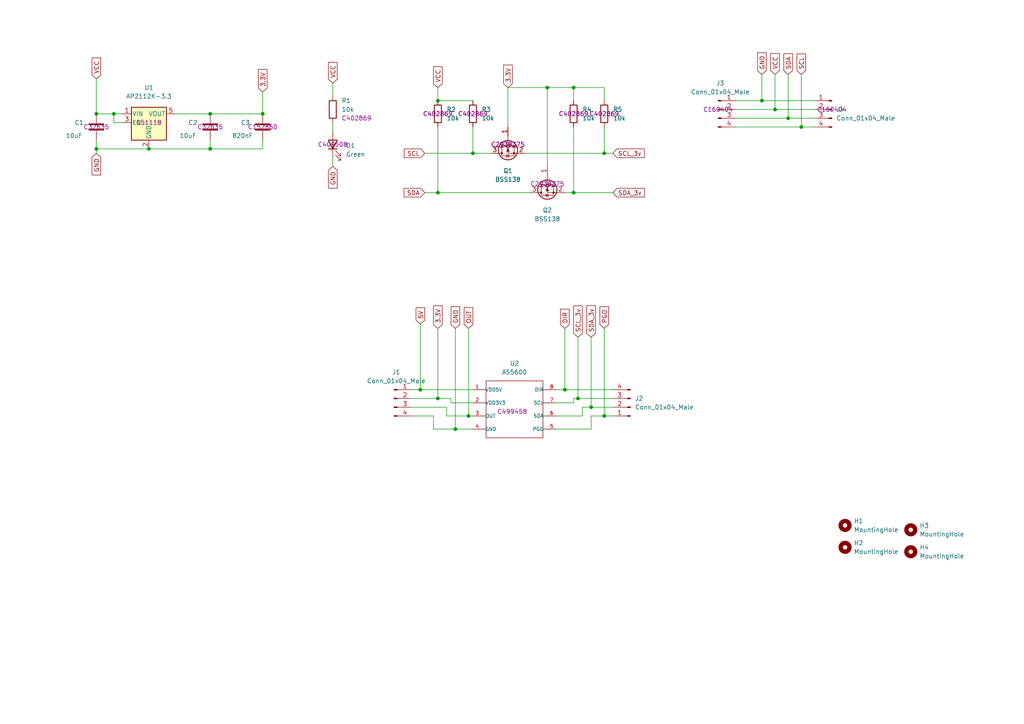
<source format=kicad_sch>
(kicad_sch (version 20211123) (generator eeschema)

  (uuid e981567c-9b5f-4d2d-b364-b58a1e850c9f)

  (paper "A4")

  (lib_symbols
    (symbol "AS5600:AS5600" (pin_names (offset 1.016)) (in_bom yes) (on_board yes)
      (property "Reference" "U" (id 0) (at -7.62 10.16 0)
        (effects (font (size 1.27 1.27)) (justify left bottom))
      )
      (property "Value" "AS5600" (id 1) (at -7.62 8.89 0)
        (effects (font (size 1.27 1.27)) (justify left bottom))
      )
      (property "Footprint" "AS5600" (id 2) (at 0 0 0)
        (effects (font (size 1.27 1.27)) (justify bottom) hide)
      )
      (property "Datasheet" "" (id 3) (at 0 0 0)
        (effects (font (size 1.27 1.27)) hide)
      )
      (symbol "AS5600_0_0"
        (polyline
          (pts
            (xy -7.62 -7.62)
            (xy -7.62 -5.08)
          )
          (stroke (width 0.1524) (type default) (color 0 0 0 0))
          (fill (type none))
        )
        (polyline
          (pts
            (xy -7.62 -5.08)
            (xy -8.89 -5.08)
          )
          (stroke (width 0.1524) (type default) (color 0 0 0 0))
          (fill (type none))
        )
        (polyline
          (pts
            (xy -7.62 -5.08)
            (xy -7.62 -1.27)
          )
          (stroke (width 0.1524) (type default) (color 0 0 0 0))
          (fill (type none))
        )
        (polyline
          (pts
            (xy -7.62 -1.27)
            (xy -8.89 -1.27)
          )
          (stroke (width 0.1524) (type default) (color 0 0 0 0))
          (fill (type none))
        )
        (polyline
          (pts
            (xy -7.62 -1.27)
            (xy -7.62 2.54)
          )
          (stroke (width 0.1524) (type default) (color 0 0 0 0))
          (fill (type none))
        )
        (polyline
          (pts
            (xy -7.62 2.54)
            (xy -8.89 2.54)
          )
          (stroke (width 0.1524) (type default) (color 0 0 0 0))
          (fill (type none))
        )
        (polyline
          (pts
            (xy -7.62 2.54)
            (xy -7.62 6.35)
          )
          (stroke (width 0.1524) (type default) (color 0 0 0 0))
          (fill (type none))
        )
        (polyline
          (pts
            (xy -7.62 6.35)
            (xy -8.89 6.35)
          )
          (stroke (width 0.1524) (type default) (color 0 0 0 0))
          (fill (type none))
        )
        (polyline
          (pts
            (xy -7.62 6.35)
            (xy -7.62 8.89)
          )
          (stroke (width 0.1524) (type default) (color 0 0 0 0))
          (fill (type none))
        )
        (polyline
          (pts
            (xy -7.62 8.89)
            (xy 8.89 8.89)
          )
          (stroke (width 0.1524) (type default) (color 0 0 0 0))
          (fill (type none))
        )
        (polyline
          (pts
            (xy 8.89 -7.62)
            (xy -7.62 -7.62)
          )
          (stroke (width 0.1524) (type default) (color 0 0 0 0))
          (fill (type none))
        )
        (polyline
          (pts
            (xy 8.89 -5.08)
            (xy 8.89 -7.62)
          )
          (stroke (width 0.1524) (type default) (color 0 0 0 0))
          (fill (type none))
        )
        (polyline
          (pts
            (xy 8.89 -1.27)
            (xy 8.89 -5.08)
          )
          (stroke (width 0.1524) (type default) (color 0 0 0 0))
          (fill (type none))
        )
        (polyline
          (pts
            (xy 8.89 2.54)
            (xy 8.89 -1.27)
          )
          (stroke (width 0.1524) (type default) (color 0 0 0 0))
          (fill (type none))
        )
        (polyline
          (pts
            (xy 8.89 6.35)
            (xy 8.89 2.54)
          )
          (stroke (width 0.1524) (type default) (color 0 0 0 0))
          (fill (type none))
        )
        (polyline
          (pts
            (xy 8.89 8.89)
            (xy 8.89 6.35)
          )
          (stroke (width 0.1524) (type default) (color 0 0 0 0))
          (fill (type none))
        )
        (polyline
          (pts
            (xy 10.16 -5.08)
            (xy 8.89 -5.08)
          )
          (stroke (width 0.1524) (type default) (color 0 0 0 0))
          (fill (type none))
        )
        (polyline
          (pts
            (xy 10.16 -1.27)
            (xy 8.89 -1.27)
          )
          (stroke (width 0.1524) (type default) (color 0 0 0 0))
          (fill (type none))
        )
        (polyline
          (pts
            (xy 10.16 2.54)
            (xy 8.89 2.54)
          )
          (stroke (width 0.1524) (type default) (color 0 0 0 0))
          (fill (type none))
        )
        (polyline
          (pts
            (xy 10.16 6.35)
            (xy 8.89 6.35)
          )
          (stroke (width 0.1524) (type default) (color 0 0 0 0))
          (fill (type none))
        )
        (pin bidirectional line (at -11.43 6.35 0) (length 2.54)
          (name "VDD5V" (effects (font (size 1.016 1.016))))
          (number "1" (effects (font (size 1.016 1.016))))
        )
        (pin bidirectional line (at -11.43 2.54 0) (length 2.54)
          (name "VDD3V3" (effects (font (size 1.016 1.016))))
          (number "2" (effects (font (size 1.016 1.016))))
        )
        (pin bidirectional line (at -11.43 -1.27 0) (length 2.54)
          (name "OUT" (effects (font (size 1.016 1.016))))
          (number "3" (effects (font (size 1.016 1.016))))
        )
        (pin bidirectional line (at -11.43 -5.08 0) (length 2.54)
          (name "GND" (effects (font (size 1.016 1.016))))
          (number "4" (effects (font (size 1.016 1.016))))
        )
        (pin bidirectional line (at 12.7 -5.08 180) (length 2.54)
          (name "PGO" (effects (font (size 1.016 1.016))))
          (number "5" (effects (font (size 1.016 1.016))))
        )
        (pin bidirectional line (at 12.7 -1.27 180) (length 2.54)
          (name "SDA" (effects (font (size 1.016 1.016))))
          (number "6" (effects (font (size 1.016 1.016))))
        )
        (pin bidirectional line (at 12.7 2.54 180) (length 2.54)
          (name "SCL" (effects (font (size 1.016 1.016))))
          (number "7" (effects (font (size 1.016 1.016))))
        )
        (pin bidirectional line (at 12.7 6.35 180) (length 2.54)
          (name "DIR" (effects (font (size 1.016 1.016))))
          (number "8" (effects (font (size 1.016 1.016))))
        )
      )
    )
    (symbol "Connector:Conn_01x04_Male" (pin_names (offset 1.016) hide) (in_bom yes) (on_board yes)
      (property "Reference" "J" (id 0) (at 0 5.08 0)
        (effects (font (size 1.27 1.27)))
      )
      (property "Value" "Conn_01x04_Male" (id 1) (at 0 -7.62 0)
        (effects (font (size 1.27 1.27)))
      )
      (property "Footprint" "" (id 2) (at 0 0 0)
        (effects (font (size 1.27 1.27)) hide)
      )
      (property "Datasheet" "~" (id 3) (at 0 0 0)
        (effects (font (size 1.27 1.27)) hide)
      )
      (property "ki_keywords" "connector" (id 4) (at 0 0 0)
        (effects (font (size 1.27 1.27)) hide)
      )
      (property "ki_description" "Generic connector, single row, 01x04, script generated (kicad-library-utils/schlib/autogen/connector/)" (id 5) (at 0 0 0)
        (effects (font (size 1.27 1.27)) hide)
      )
      (property "ki_fp_filters" "Connector*:*_1x??_*" (id 6) (at 0 0 0)
        (effects (font (size 1.27 1.27)) hide)
      )
      (symbol "Conn_01x04_Male_1_1"
        (polyline
          (pts
            (xy 1.27 -5.08)
            (xy 0.8636 -5.08)
          )
          (stroke (width 0.1524) (type default) (color 0 0 0 0))
          (fill (type none))
        )
        (polyline
          (pts
            (xy 1.27 -2.54)
            (xy 0.8636 -2.54)
          )
          (stroke (width 0.1524) (type default) (color 0 0 0 0))
          (fill (type none))
        )
        (polyline
          (pts
            (xy 1.27 0)
            (xy 0.8636 0)
          )
          (stroke (width 0.1524) (type default) (color 0 0 0 0))
          (fill (type none))
        )
        (polyline
          (pts
            (xy 1.27 2.54)
            (xy 0.8636 2.54)
          )
          (stroke (width 0.1524) (type default) (color 0 0 0 0))
          (fill (type none))
        )
        (rectangle (start 0.8636 -4.953) (end 0 -5.207)
          (stroke (width 0.1524) (type default) (color 0 0 0 0))
          (fill (type outline))
        )
        (rectangle (start 0.8636 -2.413) (end 0 -2.667)
          (stroke (width 0.1524) (type default) (color 0 0 0 0))
          (fill (type outline))
        )
        (rectangle (start 0.8636 0.127) (end 0 -0.127)
          (stroke (width 0.1524) (type default) (color 0 0 0 0))
          (fill (type outline))
        )
        (rectangle (start 0.8636 2.667) (end 0 2.413)
          (stroke (width 0.1524) (type default) (color 0 0 0 0))
          (fill (type outline))
        )
        (pin passive line (at 5.08 2.54 180) (length 3.81)
          (name "Pin_1" (effects (font (size 1.27 1.27))))
          (number "1" (effects (font (size 1.27 1.27))))
        )
        (pin passive line (at 5.08 0 180) (length 3.81)
          (name "Pin_2" (effects (font (size 1.27 1.27))))
          (number "2" (effects (font (size 1.27 1.27))))
        )
        (pin passive line (at 5.08 -2.54 180) (length 3.81)
          (name "Pin_3" (effects (font (size 1.27 1.27))))
          (number "3" (effects (font (size 1.27 1.27))))
        )
        (pin passive line (at 5.08 -5.08 180) (length 3.81)
          (name "Pin_4" (effects (font (size 1.27 1.27))))
          (number "4" (effects (font (size 1.27 1.27))))
        )
      )
    )
    (symbol "Device:C" (pin_numbers hide) (pin_names (offset 0.254)) (in_bom yes) (on_board yes)
      (property "Reference" "C" (id 0) (at 0.635 2.54 0)
        (effects (font (size 1.27 1.27)) (justify left))
      )
      (property "Value" "C" (id 1) (at 0.635 -2.54 0)
        (effects (font (size 1.27 1.27)) (justify left))
      )
      (property "Footprint" "" (id 2) (at 0.9652 -3.81 0)
        (effects (font (size 1.27 1.27)) hide)
      )
      (property "Datasheet" "~" (id 3) (at 0 0 0)
        (effects (font (size 1.27 1.27)) hide)
      )
      (property "ki_keywords" "cap capacitor" (id 4) (at 0 0 0)
        (effects (font (size 1.27 1.27)) hide)
      )
      (property "ki_description" "Unpolarized capacitor" (id 5) (at 0 0 0)
        (effects (font (size 1.27 1.27)) hide)
      )
      (property "ki_fp_filters" "C_*" (id 6) (at 0 0 0)
        (effects (font (size 1.27 1.27)) hide)
      )
      (symbol "C_0_1"
        (polyline
          (pts
            (xy -2.032 -0.762)
            (xy 2.032 -0.762)
          )
          (stroke (width 0.508) (type default) (color 0 0 0 0))
          (fill (type none))
        )
        (polyline
          (pts
            (xy -2.032 0.762)
            (xy 2.032 0.762)
          )
          (stroke (width 0.508) (type default) (color 0 0 0 0))
          (fill (type none))
        )
      )
      (symbol "C_1_1"
        (pin passive line (at 0 3.81 270) (length 2.794)
          (name "~" (effects (font (size 1.27 1.27))))
          (number "1" (effects (font (size 1.27 1.27))))
        )
        (pin passive line (at 0 -3.81 90) (length 2.794)
          (name "~" (effects (font (size 1.27 1.27))))
          (number "2" (effects (font (size 1.27 1.27))))
        )
      )
    )
    (symbol "Device:LED" (pin_numbers hide) (pin_names (offset 1.016) hide) (in_bom yes) (on_board yes)
      (property "Reference" "D" (id 0) (at 0 2.54 0)
        (effects (font (size 1.27 1.27)))
      )
      (property "Value" "LED" (id 1) (at 0 -2.54 0)
        (effects (font (size 1.27 1.27)))
      )
      (property "Footprint" "" (id 2) (at 0 0 0)
        (effects (font (size 1.27 1.27)) hide)
      )
      (property "Datasheet" "~" (id 3) (at 0 0 0)
        (effects (font (size 1.27 1.27)) hide)
      )
      (property "ki_keywords" "LED diode" (id 4) (at 0 0 0)
        (effects (font (size 1.27 1.27)) hide)
      )
      (property "ki_description" "Light emitting diode" (id 5) (at 0 0 0)
        (effects (font (size 1.27 1.27)) hide)
      )
      (property "ki_fp_filters" "LED* LED_SMD:* LED_THT:*" (id 6) (at 0 0 0)
        (effects (font (size 1.27 1.27)) hide)
      )
      (symbol "LED_0_1"
        (polyline
          (pts
            (xy -1.27 -1.27)
            (xy -1.27 1.27)
          )
          (stroke (width 0.254) (type default) (color 0 0 0 0))
          (fill (type none))
        )
        (polyline
          (pts
            (xy -1.27 0)
            (xy 1.27 0)
          )
          (stroke (width 0) (type default) (color 0 0 0 0))
          (fill (type none))
        )
        (polyline
          (pts
            (xy 1.27 -1.27)
            (xy 1.27 1.27)
            (xy -1.27 0)
            (xy 1.27 -1.27)
          )
          (stroke (width 0.254) (type default) (color 0 0 0 0))
          (fill (type none))
        )
        (polyline
          (pts
            (xy -3.048 -0.762)
            (xy -4.572 -2.286)
            (xy -3.81 -2.286)
            (xy -4.572 -2.286)
            (xy -4.572 -1.524)
          )
          (stroke (width 0) (type default) (color 0 0 0 0))
          (fill (type none))
        )
        (polyline
          (pts
            (xy -1.778 -0.762)
            (xy -3.302 -2.286)
            (xy -2.54 -2.286)
            (xy -3.302 -2.286)
            (xy -3.302 -1.524)
          )
          (stroke (width 0) (type default) (color 0 0 0 0))
          (fill (type none))
        )
      )
      (symbol "LED_1_1"
        (pin passive line (at -3.81 0 0) (length 2.54)
          (name "K" (effects (font (size 1.27 1.27))))
          (number "1" (effects (font (size 1.27 1.27))))
        )
        (pin passive line (at 3.81 0 180) (length 2.54)
          (name "A" (effects (font (size 1.27 1.27))))
          (number "2" (effects (font (size 1.27 1.27))))
        )
      )
    )
    (symbol "Device:R" (pin_numbers hide) (pin_names (offset 0)) (in_bom yes) (on_board yes)
      (property "Reference" "R" (id 0) (at 2.032 0 90)
        (effects (font (size 1.27 1.27)))
      )
      (property "Value" "R" (id 1) (at 0 0 90)
        (effects (font (size 1.27 1.27)))
      )
      (property "Footprint" "" (id 2) (at -1.778 0 90)
        (effects (font (size 1.27 1.27)) hide)
      )
      (property "Datasheet" "~" (id 3) (at 0 0 0)
        (effects (font (size 1.27 1.27)) hide)
      )
      (property "ki_keywords" "R res resistor" (id 4) (at 0 0 0)
        (effects (font (size 1.27 1.27)) hide)
      )
      (property "ki_description" "Resistor" (id 5) (at 0 0 0)
        (effects (font (size 1.27 1.27)) hide)
      )
      (property "ki_fp_filters" "R_*" (id 6) (at 0 0 0)
        (effects (font (size 1.27 1.27)) hide)
      )
      (symbol "R_0_1"
        (rectangle (start -1.016 -2.54) (end 1.016 2.54)
          (stroke (width 0.254) (type default) (color 0 0 0 0))
          (fill (type none))
        )
      )
      (symbol "R_1_1"
        (pin passive line (at 0 3.81 270) (length 1.27)
          (name "~" (effects (font (size 1.27 1.27))))
          (number "1" (effects (font (size 1.27 1.27))))
        )
        (pin passive line (at 0 -3.81 90) (length 1.27)
          (name "~" (effects (font (size 1.27 1.27))))
          (number "2" (effects (font (size 1.27 1.27))))
        )
      )
    )
    (symbol "Mechanical:MountingHole" (pin_names (offset 1.016)) (in_bom yes) (on_board yes)
      (property "Reference" "H" (id 0) (at 0 5.08 0)
        (effects (font (size 1.27 1.27)))
      )
      (property "Value" "MountingHole" (id 1) (at 0 3.175 0)
        (effects (font (size 1.27 1.27)))
      )
      (property "Footprint" "" (id 2) (at 0 0 0)
        (effects (font (size 1.27 1.27)) hide)
      )
      (property "Datasheet" "~" (id 3) (at 0 0 0)
        (effects (font (size 1.27 1.27)) hide)
      )
      (property "ki_keywords" "mounting hole" (id 4) (at 0 0 0)
        (effects (font (size 1.27 1.27)) hide)
      )
      (property "ki_description" "Mounting Hole without connection" (id 5) (at 0 0 0)
        (effects (font (size 1.27 1.27)) hide)
      )
      (property "ki_fp_filters" "MountingHole*" (id 6) (at 0 0 0)
        (effects (font (size 1.27 1.27)) hide)
      )
      (symbol "MountingHole_0_1"
        (circle (center 0 0) (radius 1.27)
          (stroke (width 1.27) (type default) (color 0 0 0 0))
          (fill (type none))
        )
      )
    )
    (symbol "Regulator_Linear:AP2112K-3.3" (pin_names (offset 0.254)) (in_bom yes) (on_board yes)
      (property "Reference" "U" (id 0) (at -5.08 5.715 0)
        (effects (font (size 1.27 1.27)) (justify left))
      )
      (property "Value" "AP2112K-3.3" (id 1) (at 0 5.715 0)
        (effects (font (size 1.27 1.27)) (justify left))
      )
      (property "Footprint" "Package_TO_SOT_SMD:SOT-23-5" (id 2) (at 0 8.255 0)
        (effects (font (size 1.27 1.27)) hide)
      )
      (property "Datasheet" "https://www.diodes.com/assets/Datasheets/AP2112.pdf" (id 3) (at 0 2.54 0)
        (effects (font (size 1.27 1.27)) hide)
      )
      (property "ki_keywords" "linear regulator ldo fixed positive" (id 4) (at 0 0 0)
        (effects (font (size 1.27 1.27)) hide)
      )
      (property "ki_description" "600mA low dropout linear regulator, with enable pin, 3.8V-6V input voltage range, 3.3V fixed positive output, SOT-23-5" (id 5) (at 0 0 0)
        (effects (font (size 1.27 1.27)) hide)
      )
      (property "ki_fp_filters" "SOT?23?5*" (id 6) (at 0 0 0)
        (effects (font (size 1.27 1.27)) hide)
      )
      (symbol "AP2112K-3.3_0_1"
        (rectangle (start -5.08 4.445) (end 5.08 -5.08)
          (stroke (width 0.254) (type default) (color 0 0 0 0))
          (fill (type background))
        )
      )
      (symbol "AP2112K-3.3_1_1"
        (pin power_in line (at -7.62 2.54 0) (length 2.54)
          (name "VIN" (effects (font (size 1.27 1.27))))
          (number "1" (effects (font (size 1.27 1.27))))
        )
        (pin power_in line (at 0 -7.62 90) (length 2.54)
          (name "GND" (effects (font (size 1.27 1.27))))
          (number "2" (effects (font (size 1.27 1.27))))
        )
        (pin input line (at -7.62 0 0) (length 2.54)
          (name "EN" (effects (font (size 1.27 1.27))))
          (number "3" (effects (font (size 1.27 1.27))))
        )
        (pin no_connect line (at 5.08 0 180) (length 2.54) hide
          (name "NC" (effects (font (size 1.27 1.27))))
          (number "4" (effects (font (size 1.27 1.27))))
        )
        (pin power_out line (at 7.62 2.54 180) (length 2.54)
          (name "VOUT" (effects (font (size 1.27 1.27))))
          (number "5" (effects (font (size 1.27 1.27))))
        )
      )
    )
    (symbol "Transistor_FET:BSS138" (pin_names hide) (in_bom yes) (on_board yes)
      (property "Reference" "Q" (id 0) (at 5.08 1.905 0)
        (effects (font (size 1.27 1.27)) (justify left))
      )
      (property "Value" "BSS138" (id 1) (at 5.08 0 0)
        (effects (font (size 1.27 1.27)) (justify left))
      )
      (property "Footprint" "Package_TO_SOT_SMD:SOT-23" (id 2) (at 5.08 -1.905 0)
        (effects (font (size 1.27 1.27) italic) (justify left) hide)
      )
      (property "Datasheet" "https://www.onsemi.com/pub/Collateral/BSS138-D.PDF" (id 3) (at 0 0 0)
        (effects (font (size 1.27 1.27)) (justify left) hide)
      )
      (property "ki_keywords" "N-Channel MOSFET" (id 4) (at 0 0 0)
        (effects (font (size 1.27 1.27)) hide)
      )
      (property "ki_description" "50V Vds, 0.22A Id, N-Channel MOSFET, SOT-23" (id 5) (at 0 0 0)
        (effects (font (size 1.27 1.27)) hide)
      )
      (property "ki_fp_filters" "SOT?23*" (id 6) (at 0 0 0)
        (effects (font (size 1.27 1.27)) hide)
      )
      (symbol "BSS138_0_1"
        (polyline
          (pts
            (xy 0.254 0)
            (xy -2.54 0)
          )
          (stroke (width 0) (type default) (color 0 0 0 0))
          (fill (type none))
        )
        (polyline
          (pts
            (xy 0.254 1.905)
            (xy 0.254 -1.905)
          )
          (stroke (width 0.254) (type default) (color 0 0 0 0))
          (fill (type none))
        )
        (polyline
          (pts
            (xy 0.762 -1.27)
            (xy 0.762 -2.286)
          )
          (stroke (width 0.254) (type default) (color 0 0 0 0))
          (fill (type none))
        )
        (polyline
          (pts
            (xy 0.762 0.508)
            (xy 0.762 -0.508)
          )
          (stroke (width 0.254) (type default) (color 0 0 0 0))
          (fill (type none))
        )
        (polyline
          (pts
            (xy 0.762 2.286)
            (xy 0.762 1.27)
          )
          (stroke (width 0.254) (type default) (color 0 0 0 0))
          (fill (type none))
        )
        (polyline
          (pts
            (xy 2.54 2.54)
            (xy 2.54 1.778)
          )
          (stroke (width 0) (type default) (color 0 0 0 0))
          (fill (type none))
        )
        (polyline
          (pts
            (xy 2.54 -2.54)
            (xy 2.54 0)
            (xy 0.762 0)
          )
          (stroke (width 0) (type default) (color 0 0 0 0))
          (fill (type none))
        )
        (polyline
          (pts
            (xy 0.762 -1.778)
            (xy 3.302 -1.778)
            (xy 3.302 1.778)
            (xy 0.762 1.778)
          )
          (stroke (width 0) (type default) (color 0 0 0 0))
          (fill (type none))
        )
        (polyline
          (pts
            (xy 1.016 0)
            (xy 2.032 0.381)
            (xy 2.032 -0.381)
            (xy 1.016 0)
          )
          (stroke (width 0) (type default) (color 0 0 0 0))
          (fill (type outline))
        )
        (polyline
          (pts
            (xy 2.794 0.508)
            (xy 2.921 0.381)
            (xy 3.683 0.381)
            (xy 3.81 0.254)
          )
          (stroke (width 0) (type default) (color 0 0 0 0))
          (fill (type none))
        )
        (polyline
          (pts
            (xy 3.302 0.381)
            (xy 2.921 -0.254)
            (xy 3.683 -0.254)
            (xy 3.302 0.381)
          )
          (stroke (width 0) (type default) (color 0 0 0 0))
          (fill (type none))
        )
        (circle (center 1.651 0) (radius 2.794)
          (stroke (width 0.254) (type default) (color 0 0 0 0))
          (fill (type none))
        )
        (circle (center 2.54 -1.778) (radius 0.254)
          (stroke (width 0) (type default) (color 0 0 0 0))
          (fill (type outline))
        )
        (circle (center 2.54 1.778) (radius 0.254)
          (stroke (width 0) (type default) (color 0 0 0 0))
          (fill (type outline))
        )
      )
      (symbol "BSS138_1_1"
        (pin input line (at -5.08 0 0) (length 2.54)
          (name "G" (effects (font (size 1.27 1.27))))
          (number "1" (effects (font (size 1.27 1.27))))
        )
        (pin passive line (at 2.54 -5.08 90) (length 2.54)
          (name "S" (effects (font (size 1.27 1.27))))
          (number "2" (effects (font (size 1.27 1.27))))
        )
        (pin passive line (at 2.54 5.08 270) (length 2.54)
          (name "D" (effects (font (size 1.27 1.27))))
          (number "3" (effects (font (size 1.27 1.27))))
        )
      )
    )
  )

  (junction (at 171.45 118.11) (diameter 0) (color 0 0 0 0)
    (uuid 03a4b423-59a0-493c-a3be-1e56959f574d)
  )
  (junction (at 224.79 31.75) (diameter 0) (color 0 0 0 0)
    (uuid 091d11e0-78ba-4d2c-8569-e0f1ec2e957d)
  )
  (junction (at 137.16 44.45) (diameter 0) (color 0 0 0 0)
    (uuid 1622a007-8460-4923-a3ea-f8bacb2d98df)
  )
  (junction (at 158.75 25.4) (diameter 0) (color 0 0 0 0)
    (uuid 1bcbd59b-eab2-483c-aaeb-8a19f82ed249)
  )
  (junction (at 60.96 33.02) (diameter 0) (color 0 0 0 0)
    (uuid 26b923af-0e1f-463d-b893-5761930de781)
  )
  (junction (at 76.2 33.02) (diameter 0) (color 0 0 0 0)
    (uuid 35dc736e-4113-4f15-a967-800fd329a3de)
  )
  (junction (at 166.37 55.88) (diameter 0) (color 0 0 0 0)
    (uuid 38af25c8-53db-4342-a335-c82b2439ee26)
  )
  (junction (at 127 29.21) (diameter 0) (color 0 0 0 0)
    (uuid 40fba1ed-1b5f-41ec-80b5-608883bc7e95)
  )
  (junction (at 27.94 43.18) (diameter 0) (color 0 0 0 0)
    (uuid 4e98f3d6-483c-4e44-88c8-4e0535bfafb3)
  )
  (junction (at 228.6 34.29) (diameter 0) (color 0 0 0 0)
    (uuid 54abb2b2-d156-469d-93c4-2b7a0172ea09)
  )
  (junction (at 232.41 36.83) (diameter 0) (color 0 0 0 0)
    (uuid 5589c5ce-41e0-4c0c-959f-de469b61b5ac)
  )
  (junction (at 43.18 43.18) (diameter 0) (color 0 0 0 0)
    (uuid 6c4f94e8-60df-43cc-bd27-971a6cebbe21)
  )
  (junction (at 60.96 43.18) (diameter 0) (color 0 0 0 0)
    (uuid 700d11fb-24b0-4163-84ec-dda7fe5ceb89)
  )
  (junction (at 163.83 113.03) (diameter 0) (color 0 0 0 0)
    (uuid 7346e13f-d15a-4f5a-b670-e7515cd88098)
  )
  (junction (at 27.94 33.02) (diameter 0) (color 0 0 0 0)
    (uuid 886b96ff-b476-447e-8da1-2d5c45ac8260)
  )
  (junction (at 175.26 120.65) (diameter 0) (color 0 0 0 0)
    (uuid 8b324bd5-00ee-4b23-95fb-a88f4b525f59)
  )
  (junction (at 135.89 120.65) (diameter 0) (color 0 0 0 0)
    (uuid 9e99aeb7-d5fe-4daa-9410-9427fc66656a)
  )
  (junction (at 127 115.57) (diameter 0) (color 0 0 0 0)
    (uuid b19b455a-96c8-4269-bedf-82e5e2d5b611)
  )
  (junction (at 220.98 29.21) (diameter 0) (color 0 0 0 0)
    (uuid b35536f6-f943-434f-94e8-44ad8e8f1c90)
  )
  (junction (at 166.37 25.4) (diameter 0) (color 0 0 0 0)
    (uuid bb854760-eb8b-444e-90be-447e77647fbf)
  )
  (junction (at 132.08 124.46) (diameter 0) (color 0 0 0 0)
    (uuid dc931836-f31e-416c-95f7-a6a1ff9ebe1d)
  )
  (junction (at 121.92 113.03) (diameter 0) (color 0 0 0 0)
    (uuid ecd88992-5881-417c-9956-63a07afecabd)
  )
  (junction (at 167.64 115.57) (diameter 0) (color 0 0 0 0)
    (uuid ed0a9b0b-9799-4385-be91-bf5b5c83e08a)
  )
  (junction (at 175.26 44.45) (diameter 0) (color 0 0 0 0)
    (uuid f3e8fdf1-c29f-451c-898a-4242cdbe606d)
  )
  (junction (at 33.02 33.02) (diameter 0) (color 0 0 0 0)
    (uuid f7e34715-2e80-46b6-bba5-2a9496e616d5)
  )
  (junction (at 127 55.88) (diameter 0) (color 0 0 0 0)
    (uuid ff93280d-3dd0-430f-b6bd-c374aa07fd6b)
  )

  (wire (pts (xy 163.83 113.03) (xy 177.8 113.03))
    (stroke (width 0) (type default) (color 0 0 0 0))
    (uuid 00a79866-b840-4571-b396-66db2859ec15)
  )
  (wire (pts (xy 163.83 55.88) (xy 166.37 55.88))
    (stroke (width 0) (type default) (color 0 0 0 0))
    (uuid 0293eebf-c039-4d0f-a97c-ce49935cade3)
  )
  (wire (pts (xy 125.73 124.46) (xy 132.08 124.46))
    (stroke (width 0) (type default) (color 0 0 0 0))
    (uuid 08711f76-f079-4f43-9757-3063c7e9bd34)
  )
  (wire (pts (xy 119.38 120.65) (xy 125.73 120.65))
    (stroke (width 0) (type default) (color 0 0 0 0))
    (uuid 0bd48264-8080-4fe2-b165-9ddaef49d86a)
  )
  (wire (pts (xy 161.29 113.03) (xy 163.83 113.03))
    (stroke (width 0) (type default) (color 0 0 0 0))
    (uuid 0edf4a63-19f9-4b2d-83ff-100601ddf587)
  )
  (wire (pts (xy 127 95.25) (xy 127 115.57))
    (stroke (width 0) (type default) (color 0 0 0 0))
    (uuid 13549b00-c8a9-4427-ab84-307de8f066a0)
  )
  (wire (pts (xy 167.64 115.57) (xy 177.8 115.57))
    (stroke (width 0) (type default) (color 0 0 0 0))
    (uuid 13c67aaa-15e5-4295-84c8-16fa525b67a3)
  )
  (wire (pts (xy 168.91 120.65) (xy 168.91 118.11))
    (stroke (width 0) (type default) (color 0 0 0 0))
    (uuid 1b5875f5-2634-4479-8a97-80553cd046ef)
  )
  (wire (pts (xy 76.2 26.67) (xy 76.2 33.02))
    (stroke (width 0) (type default) (color 0 0 0 0))
    (uuid 20155ece-46e7-4640-b145-9c928b342f90)
  )
  (wire (pts (xy 127 25.4) (xy 127 29.21))
    (stroke (width 0) (type default) (color 0 0 0 0))
    (uuid 21de6ee4-bf8d-40d1-9059-81bc8c22fe2f)
  )
  (wire (pts (xy 166.37 55.88) (xy 177.8 55.88))
    (stroke (width 0) (type default) (color 0 0 0 0))
    (uuid 232b4f35-9023-48ca-bdf7-2e1ce0d95db7)
  )
  (wire (pts (xy 158.75 25.4) (xy 166.37 25.4))
    (stroke (width 0) (type default) (color 0 0 0 0))
    (uuid 258e839a-f67c-4c88-9023-21adec410c37)
  )
  (wire (pts (xy 224.79 31.75) (xy 236.22 31.75))
    (stroke (width 0) (type default) (color 0 0 0 0))
    (uuid 2a241f82-5b0d-4798-894d-1998f7f72652)
  )
  (wire (pts (xy 125.73 120.65) (xy 125.73 124.46))
    (stroke (width 0) (type default) (color 0 0 0 0))
    (uuid 2c3ae195-a32b-42d3-aef7-652d9131ee57)
  )
  (wire (pts (xy 175.26 25.4) (xy 175.26 29.21))
    (stroke (width 0) (type default) (color 0 0 0 0))
    (uuid 2cff5cdd-5d86-44da-b167-f66edd5777c9)
  )
  (wire (pts (xy 175.26 95.25) (xy 175.26 120.65))
    (stroke (width 0) (type default) (color 0 0 0 0))
    (uuid 2d76d709-9c48-496a-a68f-a441e3b68887)
  )
  (wire (pts (xy 152.4 44.45) (xy 175.26 44.45))
    (stroke (width 0) (type default) (color 0 0 0 0))
    (uuid 378e834d-1259-42cc-be58-edf1114bd55c)
  )
  (wire (pts (xy 228.6 34.29) (xy 236.22 34.29))
    (stroke (width 0) (type default) (color 0 0 0 0))
    (uuid 3afc0bfe-b8da-46b7-ae1b-587e359594b9)
  )
  (wire (pts (xy 168.91 118.11) (xy 171.45 118.11))
    (stroke (width 0) (type default) (color 0 0 0 0))
    (uuid 3ce32f0a-39c6-4fd5-9782-b580313dc200)
  )
  (wire (pts (xy 27.94 40.64) (xy 27.94 43.18))
    (stroke (width 0) (type default) (color 0 0 0 0))
    (uuid 429c35ca-7ffa-4aea-931f-3fb45d605420)
  )
  (wire (pts (xy 147.32 25.4) (xy 158.75 25.4))
    (stroke (width 0) (type default) (color 0 0 0 0))
    (uuid 4e111184-2640-45fd-989f-ebcad053fc78)
  )
  (wire (pts (xy 60.96 33.02) (xy 76.2 33.02))
    (stroke (width 0) (type default) (color 0 0 0 0))
    (uuid 505d31a8-1dd8-4612-acf9-096861e7643f)
  )
  (wire (pts (xy 132.08 95.25) (xy 132.08 124.46))
    (stroke (width 0) (type default) (color 0 0 0 0))
    (uuid 5443683f-3a90-4367-b3fb-d1d8b6105adf)
  )
  (wire (pts (xy 33.02 33.02) (xy 35.56 33.02))
    (stroke (width 0) (type default) (color 0 0 0 0))
    (uuid 58f5699f-3bbc-4285-a553-32f24b103619)
  )
  (wire (pts (xy 127 55.88) (xy 153.67 55.88))
    (stroke (width 0) (type default) (color 0 0 0 0))
    (uuid 5be2e63f-507b-45d5-9f10-14b4b00bc1a0)
  )
  (wire (pts (xy 161.29 120.65) (xy 168.91 120.65))
    (stroke (width 0) (type default) (color 0 0 0 0))
    (uuid 5d3967cd-f9f3-4252-9dd9-7be850c3b6c9)
  )
  (wire (pts (xy 171.45 124.46) (xy 171.45 120.65))
    (stroke (width 0) (type default) (color 0 0 0 0))
    (uuid 5db593cd-90ab-4cab-9435-203930cdd41f)
  )
  (wire (pts (xy 123.19 44.45) (xy 137.16 44.45))
    (stroke (width 0) (type default) (color 0 0 0 0))
    (uuid 6172829c-1691-4667-82ac-84423134478e)
  )
  (wire (pts (xy 161.29 116.84) (xy 166.37 116.84))
    (stroke (width 0) (type default) (color 0 0 0 0))
    (uuid 6384618d-80ce-4f40-810e-fcb812e29919)
  )
  (wire (pts (xy 213.36 36.83) (xy 232.41 36.83))
    (stroke (width 0) (type default) (color 0 0 0 0))
    (uuid 6cbb2d85-902d-4d69-8a55-7b622f27d591)
  )
  (wire (pts (xy 27.94 22.86) (xy 27.94 33.02))
    (stroke (width 0) (type default) (color 0 0 0 0))
    (uuid 6cd33296-ce38-47f6-b688-3b6592adc4e3)
  )
  (wire (pts (xy 213.36 31.75) (xy 224.79 31.75))
    (stroke (width 0) (type default) (color 0 0 0 0))
    (uuid 73822a06-268c-4404-9f96-a77c42775081)
  )
  (wire (pts (xy 129.54 118.11) (xy 129.54 120.65))
    (stroke (width 0) (type default) (color 0 0 0 0))
    (uuid 738bbba3-5bd5-40e3-bcda-eeca6511627d)
  )
  (wire (pts (xy 166.37 115.57) (xy 167.64 115.57))
    (stroke (width 0) (type default) (color 0 0 0 0))
    (uuid 76368d3d-f34f-42e2-9a2f-f9205a6bd25c)
  )
  (wire (pts (xy 60.96 43.18) (xy 43.18 43.18))
    (stroke (width 0) (type default) (color 0 0 0 0))
    (uuid 774cf221-94b0-4b74-85b4-2e0e983a222c)
  )
  (wire (pts (xy 132.08 124.46) (xy 137.16 124.46))
    (stroke (width 0) (type default) (color 0 0 0 0))
    (uuid 774df70a-d6b6-4954-8a03-423ec206395b)
  )
  (wire (pts (xy 175.26 44.45) (xy 177.8 44.45))
    (stroke (width 0) (type default) (color 0 0 0 0))
    (uuid 80918eb3-9783-4bd9-8a15-198a758b821a)
  )
  (wire (pts (xy 163.83 95.25) (xy 163.83 113.03))
    (stroke (width 0) (type default) (color 0 0 0 0))
    (uuid 84519031-c9b2-4f66-85c8-583ae85e05f2)
  )
  (wire (pts (xy 228.6 21.59) (xy 228.6 34.29))
    (stroke (width 0) (type default) (color 0 0 0 0))
    (uuid 86172550-3d11-4f9e-a61d-6018cf03e3d9)
  )
  (wire (pts (xy 119.38 118.11) (xy 129.54 118.11))
    (stroke (width 0) (type default) (color 0 0 0 0))
    (uuid 8634b7cc-927e-476f-9f86-5e928c24207d)
  )
  (wire (pts (xy 129.54 120.65) (xy 135.89 120.65))
    (stroke (width 0) (type default) (color 0 0 0 0))
    (uuid 89e5b891-18e7-44bb-9f3d-d3bb350316ee)
  )
  (wire (pts (xy 166.37 25.4) (xy 175.26 25.4))
    (stroke (width 0) (type default) (color 0 0 0 0))
    (uuid 8a82648c-9e46-4796-bb1d-cfb04fee38f7)
  )
  (wire (pts (xy 175.26 120.65) (xy 177.8 120.65))
    (stroke (width 0) (type default) (color 0 0 0 0))
    (uuid 8d8125f1-099a-4a5f-8f4e-2e38e297bb7b)
  )
  (wire (pts (xy 35.56 35.56) (xy 33.02 35.56))
    (stroke (width 0) (type default) (color 0 0 0 0))
    (uuid 8da53b56-c335-4fec-9827-f59ba6a5d3f9)
  )
  (wire (pts (xy 96.52 24.13) (xy 96.52 27.94))
    (stroke (width 0) (type default) (color 0 0 0 0))
    (uuid 8e37a8e4-c67a-48e2-8c1b-4ad97b4ec223)
  )
  (wire (pts (xy 76.2 40.64) (xy 76.2 43.18))
    (stroke (width 0) (type default) (color 0 0 0 0))
    (uuid 8eb793b7-5147-446e-9bd5-45633594b771)
  )
  (wire (pts (xy 171.45 120.65) (xy 175.26 120.65))
    (stroke (width 0) (type default) (color 0 0 0 0))
    (uuid 8f2a2123-ae29-4ceb-a7b5-d679458a6cc7)
  )
  (wire (pts (xy 127 36.83) (xy 127 55.88))
    (stroke (width 0) (type default) (color 0 0 0 0))
    (uuid 90af03de-38dc-4855-80fd-80f7f09363af)
  )
  (wire (pts (xy 213.36 29.21) (xy 220.98 29.21))
    (stroke (width 0) (type default) (color 0 0 0 0))
    (uuid 917fc06c-7afd-439e-ae44-9911a9dfa674)
  )
  (wire (pts (xy 137.16 44.45) (xy 142.24 44.45))
    (stroke (width 0) (type default) (color 0 0 0 0))
    (uuid 920abaa0-4ccf-4438-b46f-b49aeab57e90)
  )
  (wire (pts (xy 119.38 113.03) (xy 121.92 113.03))
    (stroke (width 0) (type default) (color 0 0 0 0))
    (uuid 9692430a-a760-4511-a581-371a2d7f976f)
  )
  (wire (pts (xy 232.41 36.83) (xy 236.22 36.83))
    (stroke (width 0) (type default) (color 0 0 0 0))
    (uuid 9a138020-c904-400b-9788-916e87e4145d)
  )
  (wire (pts (xy 166.37 36.83) (xy 166.37 55.88))
    (stroke (width 0) (type default) (color 0 0 0 0))
    (uuid 9affbe63-449c-48ef-afa3-a1311c93c8a3)
  )
  (wire (pts (xy 27.94 33.02) (xy 33.02 33.02))
    (stroke (width 0) (type default) (color 0 0 0 0))
    (uuid 9f3c2a63-fd13-4ebe-82fc-fc26b3635315)
  )
  (wire (pts (xy 232.41 21.59) (xy 232.41 36.83))
    (stroke (width 0) (type default) (color 0 0 0 0))
    (uuid a0217c15-1846-4357-b4b9-4639e325122f)
  )
  (wire (pts (xy 60.96 40.64) (xy 60.96 43.18))
    (stroke (width 0) (type default) (color 0 0 0 0))
    (uuid a1e3d8e3-6a97-4532-bc68-0b3c495ef5f3)
  )
  (wire (pts (xy 96.52 45.72) (xy 96.52 48.26))
    (stroke (width 0) (type default) (color 0 0 0 0))
    (uuid a2691a3f-fd77-45cc-8597-8098351482f3)
  )
  (wire (pts (xy 171.45 97.79) (xy 171.45 118.11))
    (stroke (width 0) (type default) (color 0 0 0 0))
    (uuid a3a9a16f-f5f8-4d36-9235-42901b73440e)
  )
  (wire (pts (xy 119.38 115.57) (xy 127 115.57))
    (stroke (width 0) (type default) (color 0 0 0 0))
    (uuid aa45320b-a7d5-434e-af81-8c8668074fff)
  )
  (wire (pts (xy 137.16 36.83) (xy 137.16 44.45))
    (stroke (width 0) (type default) (color 0 0 0 0))
    (uuid aa49c000-0d4e-4605-bdd9-31e2cc7df081)
  )
  (wire (pts (xy 127 29.21) (xy 137.16 29.21))
    (stroke (width 0) (type default) (color 0 0 0 0))
    (uuid b7ae05f4-6011-4020-8acc-bd896a4995f6)
  )
  (wire (pts (xy 127 115.57) (xy 130.81 115.57))
    (stroke (width 0) (type default) (color 0 0 0 0))
    (uuid b7e8e852-0e2e-4648-8d6d-3a869904ed22)
  )
  (wire (pts (xy 33.02 35.56) (xy 33.02 33.02))
    (stroke (width 0) (type default) (color 0 0 0 0))
    (uuid bb87344f-87e3-4e16-8830-f1531ec07fbf)
  )
  (wire (pts (xy 213.36 34.29) (xy 228.6 34.29))
    (stroke (width 0) (type default) (color 0 0 0 0))
    (uuid be61310e-b031-46c5-b328-45f204aca3e0)
  )
  (wire (pts (xy 167.64 97.79) (xy 167.64 115.57))
    (stroke (width 0) (type default) (color 0 0 0 0))
    (uuid c3e062a4-6d1e-4254-a4bf-a36c1039daa7)
  )
  (wire (pts (xy 96.52 35.56) (xy 96.52 38.1))
    (stroke (width 0) (type default) (color 0 0 0 0))
    (uuid c5608e01-44b4-4971-8039-f388ac6db411)
  )
  (wire (pts (xy 50.8 33.02) (xy 60.96 33.02))
    (stroke (width 0) (type default) (color 0 0 0 0))
    (uuid ca661711-4b3c-424e-b8d9-8cae9fa9b385)
  )
  (wire (pts (xy 166.37 29.21) (xy 166.37 25.4))
    (stroke (width 0) (type default) (color 0 0 0 0))
    (uuid cb7b0425-430e-43b6-aadc-dbbb0dae70b7)
  )
  (wire (pts (xy 135.89 95.25) (xy 135.89 120.65))
    (stroke (width 0) (type default) (color 0 0 0 0))
    (uuid cca8391f-ccdf-4b87-8766-b6a4d0874ff1)
  )
  (wire (pts (xy 27.94 43.18) (xy 43.18 43.18))
    (stroke (width 0) (type default) (color 0 0 0 0))
    (uuid cfda9ef1-75cf-4ff0-9806-07fe6f42083b)
  )
  (wire (pts (xy 171.45 118.11) (xy 177.8 118.11))
    (stroke (width 0) (type default) (color 0 0 0 0))
    (uuid d3a8714e-b442-495e-abc8-93213dfd7d56)
  )
  (wire (pts (xy 224.79 21.59) (xy 224.79 31.75))
    (stroke (width 0) (type default) (color 0 0 0 0))
    (uuid d55ec0ad-a457-4c60-958e-86b277b0bb5c)
  )
  (wire (pts (xy 135.89 120.65) (xy 137.16 120.65))
    (stroke (width 0) (type default) (color 0 0 0 0))
    (uuid d64fe072-25ee-461b-8915-495216de58d5)
  )
  (wire (pts (xy 147.32 25.4) (xy 147.32 36.83))
    (stroke (width 0) (type default) (color 0 0 0 0))
    (uuid d72ea5f8-0463-4e56-95b0-36566c4af21c)
  )
  (wire (pts (xy 175.26 36.83) (xy 175.26 44.45))
    (stroke (width 0) (type default) (color 0 0 0 0))
    (uuid d75539cf-ca03-4bf0-abbb-5de1ac3cccba)
  )
  (wire (pts (xy 166.37 116.84) (xy 166.37 115.57))
    (stroke (width 0) (type default) (color 0 0 0 0))
    (uuid d76cf075-3255-4f96-9258-dd8399a50542)
  )
  (wire (pts (xy 220.98 29.21) (xy 236.22 29.21))
    (stroke (width 0) (type default) (color 0 0 0 0))
    (uuid dac39d47-f516-466a-b875-53199517c7bb)
  )
  (wire (pts (xy 121.92 93.98) (xy 121.92 113.03))
    (stroke (width 0) (type default) (color 0 0 0 0))
    (uuid de58bfb1-7826-42fe-8333-a5b221fa7e92)
  )
  (wire (pts (xy 130.81 116.84) (xy 137.16 116.84))
    (stroke (width 0) (type default) (color 0 0 0 0))
    (uuid e3d8b5cf-1a56-4843-af78-e7b4beff7900)
  )
  (wire (pts (xy 121.92 113.03) (xy 137.16 113.03))
    (stroke (width 0) (type default) (color 0 0 0 0))
    (uuid e51779ec-809f-4d34-9eda-113df3793d2c)
  )
  (wire (pts (xy 27.94 43.18) (xy 27.94 44.45))
    (stroke (width 0) (type default) (color 0 0 0 0))
    (uuid e6b5b1e3-d539-4e91-9c5a-4a029bd562c3)
  )
  (wire (pts (xy 123.19 55.88) (xy 127 55.88))
    (stroke (width 0) (type default) (color 0 0 0 0))
    (uuid e7ca2264-319c-49bf-9f9c-92da139094c6)
  )
  (wire (pts (xy 158.75 25.4) (xy 158.75 48.26))
    (stroke (width 0) (type default) (color 0 0 0 0))
    (uuid eab921c2-eee5-4e63-974e-075650f3be31)
  )
  (wire (pts (xy 130.81 115.57) (xy 130.81 116.84))
    (stroke (width 0) (type default) (color 0 0 0 0))
    (uuid eaebcbf1-ee5e-4237-aa6c-4b1e5bfb0cbe)
  )
  (wire (pts (xy 161.29 124.46) (xy 171.45 124.46))
    (stroke (width 0) (type default) (color 0 0 0 0))
    (uuid f60c82b2-f314-4301-89ec-de6e2bbd6754)
  )
  (wire (pts (xy 220.98 21.59) (xy 220.98 29.21))
    (stroke (width 0) (type default) (color 0 0 0 0))
    (uuid f706df98-06c7-4114-8e53-fd1a5a6e6a5c)
  )
  (wire (pts (xy 76.2 43.18) (xy 60.96 43.18))
    (stroke (width 0) (type default) (color 0 0 0 0))
    (uuid f7209eea-ee9c-4949-af07-cb8b5eba1dd8)
  )

  (global_label "VCC" (shape input) (at 96.52 24.13 90) (fields_autoplaced)
    (effects (font (size 1.27 1.27)) (justify left))
    (uuid 02201707-b8ab-4f5d-b040-a00ff5a34fbd)
    (property "Intersheet References" "${INTERSHEET_REFS}" (id 0) (at 96.4406 18.0883 90)
      (effects (font (size 1.27 1.27)) (justify left) hide)
    )
  )
  (global_label "SDA" (shape input) (at 123.19 55.88 180) (fields_autoplaced)
    (effects (font (size 1.27 1.27)) (justify right))
    (uuid 0578726b-4d9e-4c5d-ba80-104db1ca7cbc)
    (property "Intersheet References" "${INTERSHEET_REFS}" (id 0) (at 117.2088 55.9594 0)
      (effects (font (size 1.27 1.27)) (justify right) hide)
    )
  )
  (global_label "VCC" (shape input) (at 127 25.4 90) (fields_autoplaced)
    (effects (font (size 1.27 1.27)) (justify left))
    (uuid 0dcdbb12-db17-4095-abb1-693a436ffd82)
    (property "Intersheet References" "${INTERSHEET_REFS}" (id 0) (at 126.9206 19.3583 90)
      (effects (font (size 1.27 1.27)) (justify left) hide)
    )
  )
  (global_label "3.3V" (shape input) (at 127 95.25 90) (fields_autoplaced)
    (effects (font (size 1.27 1.27)) (justify left))
    (uuid 126ee5ac-17e5-4930-bbb3-43ad7ba234e7)
    (property "Intersheet References" "${INTERSHEET_REFS}" (id 0) (at 126.9206 88.7245 90)
      (effects (font (size 1.27 1.27)) (justify left) hide)
    )
  )
  (global_label "DIR" (shape input) (at 163.83 95.25 90) (fields_autoplaced)
    (effects (font (size 1.27 1.27)) (justify left))
    (uuid 156e0742-7f1a-46c0-82b4-0bd47707a9fe)
    (property "Intersheet References" "${INTERSHEET_REFS}" (id 0) (at 163.7506 89.6921 90)
      (effects (font (size 1.27 1.27)) (justify left) hide)
    )
  )
  (global_label "3.3V" (shape input) (at 76.2 26.67 90) (fields_autoplaced)
    (effects (font (size 1.27 1.27)) (justify left))
    (uuid 24a160f3-06b3-401f-a875-99b58485ac70)
    (property "Intersheet References" "${INTERSHEET_REFS}" (id 0) (at 76.1206 20.1445 90)
      (effects (font (size 1.27 1.27)) (justify left) hide)
    )
  )
  (global_label "VCC" (shape input) (at 27.94 22.86 90) (fields_autoplaced)
    (effects (font (size 1.27 1.27)) (justify left))
    (uuid 2671a8ed-1af7-43c8-8ce0-c21d9c212259)
    (property "Intersheet References" "${INTERSHEET_REFS}" (id 0) (at 27.8606 16.8183 90)
      (effects (font (size 1.27 1.27)) (justify left) hide)
    )
  )
  (global_label "SCL_3v" (shape input) (at 167.64 97.79 90) (fields_autoplaced)
    (effects (font (size 1.27 1.27)) (justify left))
    (uuid 2b63d738-edf1-4122-807c-2cb85e1baa31)
    (property "Intersheet References" "${INTERSHEET_REFS}" (id 0) (at 167.5606 88.7245 90)
      (effects (font (size 1.27 1.27)) (justify left) hide)
    )
  )
  (global_label "3.3V" (shape input) (at 147.32 25.4 90) (fields_autoplaced)
    (effects (font (size 1.27 1.27)) (justify left))
    (uuid 31cc1ff8-4998-4d14-b71e-17f2e699125f)
    (property "Intersheet References" "${INTERSHEET_REFS}" (id 0) (at 147.2406 18.8745 90)
      (effects (font (size 1.27 1.27)) (justify left) hide)
    )
  )
  (global_label "SDA" (shape input) (at 228.6 21.59 90) (fields_autoplaced)
    (effects (font (size 1.27 1.27)) (justify left))
    (uuid 345d6b48-e8fd-44ad-97dd-3d9bb8c0002a)
    (property "Intersheet References" "${INTERSHEET_REFS}" (id 0) (at 228.5206 15.6088 90)
      (effects (font (size 1.27 1.27)) (justify left) hide)
    )
  )
  (global_label "SDA_3v" (shape input) (at 171.45 97.79 90) (fields_autoplaced)
    (effects (font (size 1.27 1.27)) (justify left))
    (uuid 38bfb7b9-6ea7-4d6a-a48b-f01aba6b2803)
    (property "Intersheet References" "${INTERSHEET_REFS}" (id 0) (at 171.3706 88.664 90)
      (effects (font (size 1.27 1.27)) (justify left) hide)
    )
  )
  (global_label "GND" (shape input) (at 27.94 44.45 270) (fields_autoplaced)
    (effects (font (size 1.27 1.27)) (justify right))
    (uuid 3aa3dc37-9f7a-4d9b-b466-03f5ba6dcb2a)
    (property "Intersheet References" "${INTERSHEET_REFS}" (id 0) (at 28.0194 50.7336 90)
      (effects (font (size 1.27 1.27)) (justify right) hide)
    )
  )
  (global_label "PGO" (shape input) (at 175.26 95.25 90) (fields_autoplaced)
    (effects (font (size 1.27 1.27)) (justify left))
    (uuid 46b16700-12bd-4560-a795-f22089aa799b)
    (property "Intersheet References" "${INTERSHEET_REFS}" (id 0) (at 175.1806 88.9664 90)
      (effects (font (size 1.27 1.27)) (justify left) hide)
    )
  )
  (global_label "SCL" (shape input) (at 123.19 44.45 180) (fields_autoplaced)
    (effects (font (size 1.27 1.27)) (justify right))
    (uuid 4af26123-ea83-4641-a465-6586d251e736)
    (property "Intersheet References" "${INTERSHEET_REFS}" (id 0) (at 117.2693 44.5294 0)
      (effects (font (size 1.27 1.27)) (justify right) hide)
    )
  )
  (global_label "5V" (shape input) (at 121.92 93.98 90) (fields_autoplaced)
    (effects (font (size 1.27 1.27)) (justify left))
    (uuid 66293017-94dc-4244-bb9a-10264cc13c0c)
    (property "Intersheet References" "${INTERSHEET_REFS}" (id 0) (at 121.8406 89.2688 90)
      (effects (font (size 1.27 1.27)) (justify left) hide)
    )
  )
  (global_label "VCC" (shape input) (at 224.79 21.59 90) (fields_autoplaced)
    (effects (font (size 1.27 1.27)) (justify left))
    (uuid 6e9ee625-72b0-4a9e-b597-1eeaa6ef3e74)
    (property "Intersheet References" "${INTERSHEET_REFS}" (id 0) (at 224.7106 15.5483 90)
      (effects (font (size 1.27 1.27)) (justify left) hide)
    )
  )
  (global_label "SCL" (shape input) (at 232.41 21.59 90) (fields_autoplaced)
    (effects (font (size 1.27 1.27)) (justify left))
    (uuid 7ada18ff-56a9-446d-9e1f-8579b1ad1448)
    (property "Intersheet References" "${INTERSHEET_REFS}" (id 0) (at 232.3306 15.6693 90)
      (effects (font (size 1.27 1.27)) (justify left) hide)
    )
  )
  (global_label "SCL_3v" (shape input) (at 177.8 44.45 0) (fields_autoplaced)
    (effects (font (size 1.27 1.27)) (justify left))
    (uuid 7b8257d2-6d58-4ab7-bdf2-e952aacdd354)
    (property "Intersheet References" "${INTERSHEET_REFS}" (id 0) (at 186.8655 44.3706 0)
      (effects (font (size 1.27 1.27)) (justify left) hide)
    )
  )
  (global_label "GND" (shape input) (at 96.52 48.26 270) (fields_autoplaced)
    (effects (font (size 1.27 1.27)) (justify right))
    (uuid 7f3e8b96-1cb7-4410-aca9-3b93174a7002)
    (property "Intersheet References" "${INTERSHEET_REFS}" (id 0) (at 96.5994 54.5436 90)
      (effects (font (size 1.27 1.27)) (justify right) hide)
    )
  )
  (global_label "GND" (shape input) (at 132.08 95.25 90) (fields_autoplaced)
    (effects (font (size 1.27 1.27)) (justify left))
    (uuid 883f03db-05fc-4501-a41c-453b8f1788eb)
    (property "Intersheet References" "${INTERSHEET_REFS}" (id 0) (at 132.0006 88.9664 90)
      (effects (font (size 1.27 1.27)) (justify left) hide)
    )
  )
  (global_label "GND" (shape input) (at 220.98 21.59 90) (fields_autoplaced)
    (effects (font (size 1.27 1.27)) (justify left))
    (uuid dfd8c40a-7998-443b-b0bd-e829e7c0b9f9)
    (property "Intersheet References" "${INTERSHEET_REFS}" (id 0) (at 220.9006 15.3064 90)
      (effects (font (size 1.27 1.27)) (justify left) hide)
    )
  )
  (global_label "SDA_3v" (shape input) (at 177.8 55.88 0) (fields_autoplaced)
    (effects (font (size 1.27 1.27)) (justify left))
    (uuid f3314679-d5ea-48d9-9557-337d5027106c)
    (property "Intersheet References" "${INTERSHEET_REFS}" (id 0) (at 186.926 55.8006 0)
      (effects (font (size 1.27 1.27)) (justify left) hide)
    )
  )
  (global_label "OUT" (shape input) (at 135.89 95.25 90) (fields_autoplaced)
    (effects (font (size 1.27 1.27)) (justify left))
    (uuid f838dd8b-53ce-4918-9d76-c14dece49720)
    (property "Intersheet References" "${INTERSHEET_REFS}" (id 0) (at 135.8106 89.2083 90)
      (effects (font (size 1.27 1.27)) (justify left) hide)
    )
  )

  (symbol (lib_id "Device:C") (at 27.94 36.83 0) (unit 1)
    (in_bom yes) (on_board yes)
    (uuid 0f38970b-347c-4948-88d7-47dc91d245f6)
    (property "Reference" "C1" (id 0) (at 21.59 35.56 0)
      (effects (font (size 1.27 1.27)) (justify left))
    )
    (property "Value" "10uF" (id 1) (at 19.05 39.37 0)
      (effects (font (size 1.27 1.27)) (justify left))
    )
    (property "Footprint" "Capacitor_SMD:C_0805_2012Metric" (id 2) (at 28.9052 40.64 0)
      (effects (font (size 1.27 1.27)) hide)
    )
    (property "Datasheet" "~" (id 3) (at 27.94 36.83 0)
      (effects (font (size 1.27 1.27)) hide)
    )
    (property "LCSC" "C32635" (id 4) (at 27.94 36.83 0))
    (pin "1" (uuid 738f4751-401a-45fa-8191-f4706eaa4381))
    (pin "2" (uuid 1f899f9b-7e3d-4f53-8ac9-6ffc8ddb861c))
  )

  (symbol (lib_id "Device:C") (at 60.96 36.83 0) (unit 1)
    (in_bom yes) (on_board yes)
    (uuid 1d086104-6580-43a5-a5e0-1a407dbf4231)
    (property "Reference" "C2" (id 0) (at 54.61 35.56 0)
      (effects (font (size 1.27 1.27)) (justify left))
    )
    (property "Value" "10uF" (id 1) (at 52.07 39.37 0)
      (effects (font (size 1.27 1.27)) (justify left))
    )
    (property "Footprint" "Capacitor_SMD:C_0805_2012Metric" (id 2) (at 61.9252 40.64 0)
      (effects (font (size 1.27 1.27)) hide)
    )
    (property "Datasheet" "~" (id 3) (at 60.96 36.83 0)
      (effects (font (size 1.27 1.27)) hide)
    )
    (property "LCSC" "C32635" (id 4) (at 60.96 36.83 0))
    (pin "1" (uuid 2cce48fc-16c5-45c9-9330-fcc49a68c779))
    (pin "2" (uuid 30216f78-b563-4d9c-b016-e0d1b65f4564))
  )

  (symbol (lib_id "Connector:Conn_01x04_Male") (at 208.28 31.75 0) (unit 1)
    (in_bom yes) (on_board yes) (fields_autoplaced)
    (uuid 35c82ad5-3f66-4316-89c4-ef620da1ea62)
    (property "Reference" "J3" (id 0) (at 208.915 24.13 0))
    (property "Value" "Conn_01x04_Male" (id 1) (at 208.915 26.67 0))
    (property "Footprint" "Connector_JST:JST_SH_SM04B-SRSS-TB_1x04-1MP_P1.00mm_Horizontal" (id 2) (at 208.28 31.75 0)
      (effects (font (size 1.27 1.27)) hide)
    )
    (property "Datasheet" "~" (id 3) (at 208.28 31.75 0)
      (effects (font (size 1.27 1.27)) hide)
    )
    (property "LCSC" "C160404" (id 4) (at 208.28 31.75 0))
    (pin "1" (uuid cf61f191-2cc8-4f73-a214-28e94574677c))
    (pin "2" (uuid bc6ddfc9-4281-4d18-bae4-b7b01838fdfd))
    (pin "3" (uuid 679fd342-3e16-4a34-9a48-d5b2791dee6c))
    (pin "4" (uuid ef46a0ea-f04a-448d-9b07-60abb37951ce))
  )

  (symbol (lib_id "AS5600:AS5600") (at 148.59 119.38 0) (unit 1)
    (in_bom yes) (on_board yes) (fields_autoplaced)
    (uuid 3731a322-dbc2-41db-9483-9b67839aafdc)
    (property "Reference" "U2" (id 0) (at 149.225 105.41 0))
    (property "Value" "AS5600" (id 1) (at 149.225 107.95 0))
    (property "Footprint" "AS5600" (id 2) (at 148.59 119.38 0)
      (effects (font (size 1.27 1.27)) (justify bottom) hide)
    )
    (property "Datasheet" "" (id 3) (at 148.59 119.38 0)
      (effects (font (size 1.27 1.27)) hide)
    )
    (property "LCSC" "C499458" (id 4) (at 148.59 119.38 0))
    (pin "1" (uuid 5fa0f18f-d762-46e5-977b-ec9dc2d24ff5))
    (pin "2" (uuid c6795f48-0b3c-4fb5-8721-ef0ef69dbc5b))
    (pin "3" (uuid 1c34aec3-7cb1-4d99-a8d6-7ba2ae4051f1))
    (pin "4" (uuid 05701497-92f2-4a8b-a262-a4318ecd2d72))
    (pin "5" (uuid 0ca3aee3-8629-497f-a106-71c2df82e969))
    (pin "6" (uuid 6eb5b409-9a4c-4765-a882-549800a07d08))
    (pin "7" (uuid ca51cd22-2100-4b32-a24d-f1714b35769b))
    (pin "8" (uuid 9b9f3c44-069f-4862-8c25-557650ac4f7d))
  )

  (symbol (lib_id "Device:R") (at 96.52 31.75 0) (unit 1)
    (in_bom yes) (on_board yes) (fields_autoplaced)
    (uuid 4dc3d2f3-a125-4f8c-b7db-fc5092005c0c)
    (property "Reference" "R1" (id 0) (at 99.06 29.2099 0)
      (effects (font (size 1.27 1.27)) (justify left))
    )
    (property "Value" "10k" (id 1) (at 99.06 31.7499 0)
      (effects (font (size 1.27 1.27)) (justify left))
    )
    (property "Footprint" "Resistor_SMD:R_0603_1608Metric" (id 2) (at 94.742 31.75 90)
      (effects (font (size 1.27 1.27)) hide)
    )
    (property "Datasheet" "~" (id 3) (at 96.52 31.75 0)
      (effects (font (size 1.27 1.27)) hide)
    )
    (property "LCSC" "C402869" (id 4) (at 99.06 34.2899 0)
      (effects (font (size 1.27 1.27)) (justify left))
    )
    (pin "1" (uuid a1b9317b-049b-47c7-abba-e948618a5b57))
    (pin "2" (uuid 0aa10fd5-8b0e-4bd2-96f7-4b03b62b7405))
  )

  (symbol (lib_id "Device:R") (at 175.26 33.02 0) (unit 1)
    (in_bom yes) (on_board yes) (fields_autoplaced)
    (uuid 6e2e87b2-878b-442e-9b61-8eeda16633ab)
    (property "Reference" "R5" (id 0) (at 177.8 31.7499 0)
      (effects (font (size 1.27 1.27)) (justify left))
    )
    (property "Value" "10k" (id 1) (at 177.8 34.2899 0)
      (effects (font (size 1.27 1.27)) (justify left))
    )
    (property "Footprint" "Resistor_SMD:R_0603_1608Metric" (id 2) (at 173.482 33.02 90)
      (effects (font (size 1.27 1.27)) hide)
    )
    (property "Datasheet" "~" (id 3) (at 175.26 33.02 0)
      (effects (font (size 1.27 1.27)) hide)
    )
    (property "LCSC" "C402869" (id 4) (at 175.26 33.02 0))
    (pin "1" (uuid c87f5ffe-4acf-47be-898a-0a41b96bf485))
    (pin "2" (uuid 38e152ee-1d95-439a-bf77-39c057d1b8c0))
  )

  (symbol (lib_id "Connector:Conn_01x04_Male") (at 114.3 115.57 0) (unit 1)
    (in_bom yes) (on_board yes) (fields_autoplaced)
    (uuid 740ac7a1-ea06-4486-a065-01b075feb604)
    (property "Reference" "J1" (id 0) (at 114.935 107.95 0))
    (property "Value" "Conn_01x04_Male" (id 1) (at 114.935 110.49 0))
    (property "Footprint" "Connector_PinHeader_2.54mm:PinHeader_1x04_P2.54mm_Vertical" (id 2) (at 114.3 115.57 0)
      (effects (font (size 1.27 1.27)) hide)
    )
    (property "Datasheet" "~" (id 3) (at 114.3 115.57 0)
      (effects (font (size 1.27 1.27)) hide)
    )
    (pin "1" (uuid 9827ca0d-23cc-4782-960e-199379372e39))
    (pin "2" (uuid f62d0e47-00a2-48e6-94eb-75882faf2fb3))
    (pin "3" (uuid d03606a3-1e3c-4c76-bd1b-e7d6d9414aef))
    (pin "4" (uuid 11fb21c5-bfad-4214-9190-8566f7a404d1))
  )

  (symbol (lib_id "Device:R") (at 127 33.02 0) (unit 1)
    (in_bom yes) (on_board yes) (fields_autoplaced)
    (uuid 7b654f8d-2f22-4cb8-9ce3-27f99de081e6)
    (property "Reference" "R2" (id 0) (at 129.54 31.7499 0)
      (effects (font (size 1.27 1.27)) (justify left))
    )
    (property "Value" "10k" (id 1) (at 129.54 34.2899 0)
      (effects (font (size 1.27 1.27)) (justify left))
    )
    (property "Footprint" "Resistor_SMD:R_0603_1608Metric" (id 2) (at 125.222 33.02 90)
      (effects (font (size 1.27 1.27)) hide)
    )
    (property "Datasheet" "~" (id 3) (at 127 33.02 0)
      (effects (font (size 1.27 1.27)) hide)
    )
    (property "LCSC" "C402869" (id 4) (at 127 33.02 0))
    (pin "1" (uuid df29ead3-23f9-43d0-a1e5-184302316b5e))
    (pin "2" (uuid 58dea8ed-2040-4aea-a178-3b59259e5f90))
  )

  (symbol (lib_id "Mechanical:MountingHole") (at 245.11 152.4 0) (unit 1)
    (in_bom yes) (on_board yes) (fields_autoplaced)
    (uuid 97503542-ea5c-4e41-9ded-4e720cae284f)
    (property "Reference" "H1" (id 0) (at 247.65 151.1299 0)
      (effects (font (size 1.27 1.27)) (justify left))
    )
    (property "Value" "MountingHole" (id 1) (at 247.65 153.6699 0)
      (effects (font (size 1.27 1.27)) (justify left))
    )
    (property "Footprint" "MountingHole:MountingHole_2.5mm" (id 2) (at 245.11 152.4 0)
      (effects (font (size 1.27 1.27)) hide)
    )
    (property "Datasheet" "~" (id 3) (at 245.11 152.4 0)
      (effects (font (size 1.27 1.27)) hide)
    )
  )

  (symbol (lib_id "Mechanical:MountingHole") (at 264.16 153.67 0) (unit 1)
    (in_bom yes) (on_board yes) (fields_autoplaced)
    (uuid 97a5a5e0-bac0-455e-94f4-07c1ca142e4e)
    (property "Reference" "H3" (id 0) (at 266.7 152.3999 0)
      (effects (font (size 1.27 1.27)) (justify left))
    )
    (property "Value" "MountingHole" (id 1) (at 266.7 154.9399 0)
      (effects (font (size 1.27 1.27)) (justify left))
    )
    (property "Footprint" "MountingHole:MountingHole_2.5mm" (id 2) (at 264.16 153.67 0)
      (effects (font (size 1.27 1.27)) hide)
    )
    (property "Datasheet" "~" (id 3) (at 264.16 153.67 0)
      (effects (font (size 1.27 1.27)) hide)
    )
  )

  (symbol (lib_id "Device:R") (at 166.37 33.02 0) (unit 1)
    (in_bom yes) (on_board yes) (fields_autoplaced)
    (uuid 98107f94-7c58-4d40-bd2d-bdce5f63cfd6)
    (property "Reference" "R4" (id 0) (at 168.91 31.7499 0)
      (effects (font (size 1.27 1.27)) (justify left))
    )
    (property "Value" "10k" (id 1) (at 168.91 34.2899 0)
      (effects (font (size 1.27 1.27)) (justify left))
    )
    (property "Footprint" "Resistor_SMD:R_0603_1608Metric" (id 2) (at 164.592 33.02 90)
      (effects (font (size 1.27 1.27)) hide)
    )
    (property "Datasheet" "~" (id 3) (at 166.37 33.02 0)
      (effects (font (size 1.27 1.27)) hide)
    )
    (property "LCSC" "C402869" (id 4) (at 166.37 33.02 0))
    (pin "1" (uuid 57fac99f-190d-4f5e-a594-949730ba9183))
    (pin "2" (uuid e2a28e1a-8cdd-4b6a-8912-9186a8ccef9c))
  )

  (symbol (lib_id "Mechanical:MountingHole") (at 245.11 158.75 0) (unit 1)
    (in_bom yes) (on_board yes) (fields_autoplaced)
    (uuid a4c021a9-4489-4404-ba58-cebada302765)
    (property "Reference" "H2" (id 0) (at 247.65 157.4799 0)
      (effects (font (size 1.27 1.27)) (justify left))
    )
    (property "Value" "MountingHole" (id 1) (at 247.65 160.0199 0)
      (effects (font (size 1.27 1.27)) (justify left))
    )
    (property "Footprint" "MountingHole:MountingHole_2.5mm" (id 2) (at 245.11 158.75 0)
      (effects (font (size 1.27 1.27)) hide)
    )
    (property "Datasheet" "~" (id 3) (at 245.11 158.75 0)
      (effects (font (size 1.27 1.27)) hide)
    )
  )

  (symbol (lib_id "Connector:Conn_01x04_Male") (at 182.88 118.11 180) (unit 1)
    (in_bom yes) (on_board yes) (fields_autoplaced)
    (uuid a587de33-1849-47b0-b5cc-859ff4e7ca06)
    (property "Reference" "J2" (id 0) (at 184.15 115.5699 0)
      (effects (font (size 1.27 1.27)) (justify right))
    )
    (property "Value" "Conn_01x04_Male" (id 1) (at 184.15 118.1099 0)
      (effects (font (size 1.27 1.27)) (justify right))
    )
    (property "Footprint" "Connector_PinHeader_2.54mm:PinHeader_1x04_P2.54mm_Vertical" (id 2) (at 182.88 118.11 0)
      (effects (font (size 1.27 1.27)) hide)
    )
    (property "Datasheet" "~" (id 3) (at 182.88 118.11 0)
      (effects (font (size 1.27 1.27)) hide)
    )
    (pin "1" (uuid 52d6de48-bcfb-49d2-8a86-fee35d67d92d))
    (pin "2" (uuid 1c46948c-2465-4779-bcbf-8b785b9af6b3))
    (pin "3" (uuid a5790bcb-d1e8-4712-b6ae-e7d2fe2ab90e))
    (pin "4" (uuid cf07f66a-a039-4846-84dd-37ac8e2ab5b5))
  )

  (symbol (lib_id "Device:R") (at 137.16 33.02 0) (unit 1)
    (in_bom yes) (on_board yes) (fields_autoplaced)
    (uuid b6b86149-a281-4cb8-839f-df3d32dfddd6)
    (property "Reference" "R3" (id 0) (at 139.7 31.7499 0)
      (effects (font (size 1.27 1.27)) (justify left))
    )
    (property "Value" "10k" (id 1) (at 139.7 34.2899 0)
      (effects (font (size 1.27 1.27)) (justify left))
    )
    (property "Footprint" "Resistor_SMD:R_0603_1608Metric" (id 2) (at 135.382 33.02 90)
      (effects (font (size 1.27 1.27)) hide)
    )
    (property "Datasheet" "~" (id 3) (at 137.16 33.02 0)
      (effects (font (size 1.27 1.27)) hide)
    )
    (property "LCSC" "C402869" (id 4) (at 137.16 33.02 0))
    (pin "1" (uuid 6cd480ea-6af2-48b1-baed-054b8a6ffc66))
    (pin "2" (uuid bd763cf6-d98f-4a67-8d65-9d66d359bdcd))
  )

  (symbol (lib_id "Regulator_Linear:AP2112K-3.3") (at 43.18 35.56 0) (unit 1)
    (in_bom yes) (on_board yes) (fields_autoplaced)
    (uuid b955df4f-3fc6-4430-a7a3-17ca574a1b10)
    (property "Reference" "U1" (id 0) (at 43.18 25.4 0))
    (property "Value" "AP2112K-3.3" (id 1) (at 43.18 27.94 0))
    (property "Footprint" "Package_TO_SOT_SMD:SOT-23-5" (id 2) (at 43.18 27.305 0)
      (effects (font (size 1.27 1.27)) hide)
    )
    (property "Datasheet" "https://www.diodes.com/assets/Datasheets/AP2112.pdf" (id 3) (at 43.18 33.02 0)
      (effects (font (size 1.27 1.27)) hide)
    )
    (property "LCSC" "C51118" (id 4) (at 43.18 35.56 0))
    (pin "1" (uuid 5b9168fa-597e-4577-ab5b-f37771b51345))
    (pin "2" (uuid 761a843c-40c9-4bbc-8aae-5b84b00b4c8d))
    (pin "3" (uuid e7abf8bd-89d3-492f-afa7-99e70a56c09a))
    (pin "4" (uuid a3e808ec-ef09-4652-b77e-c6ad87844ec3))
    (pin "5" (uuid 87c3e654-7e21-4ab8-be27-8cb92dfe6913))
  )

  (symbol (lib_id "Mechanical:MountingHole") (at 264.16 160.02 0) (unit 1)
    (in_bom yes) (on_board yes) (fields_autoplaced)
    (uuid ca257db5-008c-4742-8ea3-8466c55f6133)
    (property "Reference" "H4" (id 0) (at 266.7 158.7499 0)
      (effects (font (size 1.27 1.27)) (justify left))
    )
    (property "Value" "MountingHole" (id 1) (at 266.7 161.2899 0)
      (effects (font (size 1.27 1.27)) (justify left))
    )
    (property "Footprint" "MountingHole:MountingHole_2.5mm" (id 2) (at 264.16 160.02 0)
      (effects (font (size 1.27 1.27)) hide)
    )
    (property "Datasheet" "~" (id 3) (at 264.16 160.02 0)
      (effects (font (size 1.27 1.27)) hide)
    )
  )

  (symbol (lib_id "Device:LED") (at 96.52 41.91 90) (unit 1)
    (in_bom yes) (on_board yes) (fields_autoplaced)
    (uuid ce12dd21-4777-47d7-b15f-537bff0b8e83)
    (property "Reference" "D1" (id 0) (at 100.33 42.2274 90)
      (effects (font (size 1.27 1.27)) (justify right))
    )
    (property "Value" "Green" (id 1) (at 100.33 44.7674 90)
      (effects (font (size 1.27 1.27)) (justify right))
    )
    (property "Footprint" "LED_SMD:LED_0603_1608Metric" (id 2) (at 96.52 41.91 0)
      (effects (font (size 1.27 1.27)) hide)
    )
    (property "Datasheet" "~" (id 3) (at 96.52 41.91 0)
      (effects (font (size 1.27 1.27)) hide)
    )
    (property "LCSC" "C409508" (id 4) (at 96.52 41.91 90))
    (pin "1" (uuid 83261eb1-0367-49c7-ae12-a3da15942444))
    (pin "2" (uuid 4325e075-4613-425f-8867-e40e8fac6f6d))
  )

  (symbol (lib_id "Transistor_FET:BSS138") (at 147.32 41.91 90) (mirror x) (unit 1)
    (in_bom yes) (on_board yes) (fields_autoplaced)
    (uuid d221d41c-e212-4037-8550-d839ad3a115b)
    (property "Reference" "Q1" (id 0) (at 147.32 49.53 90))
    (property "Value" "BSS138" (id 1) (at 147.32 52.07 90))
    (property "Footprint" "Package_TO_SOT_SMD:SOT-23" (id 2) (at 149.225 46.99 0)
      (effects (font (size 1.27 1.27) italic) (justify left) hide)
    )
    (property "Datasheet" "https://www.onsemi.com/pub/Collateral/BSS138-D.PDF" (id 3) (at 147.32 41.91 0)
      (effects (font (size 1.27 1.27)) (justify left) hide)
    )
    (property "LCSC" "C2938375" (id 4) (at 147.32 41.91 90))
    (pin "1" (uuid 68b2f1ad-f21f-46df-8eec-7f7be9ae201a))
    (pin "2" (uuid 3349f3db-b533-4d45-be9e-85b66135ba87))
    (pin "3" (uuid 133bb247-c8d1-459b-8337-904895b9bd06))
  )

  (symbol (lib_id "Connector:Conn_01x04_Male") (at 241.3 31.75 0) (mirror y) (unit 1)
    (in_bom yes) (on_board yes) (fields_autoplaced)
    (uuid d732f3a1-8520-4eaa-8978-d5179847b597)
    (property "Reference" "J4" (id 0) (at 242.57 31.7499 0)
      (effects (font (size 1.27 1.27)) (justify right))
    )
    (property "Value" "Conn_01x04_Male" (id 1) (at 242.57 34.2899 0)
      (effects (font (size 1.27 1.27)) (justify right))
    )
    (property "Footprint" "Connector_JST:JST_SH_SM04B-SRSS-TB_1x04-1MP_P1.00mm_Horizontal" (id 2) (at 241.3 31.75 0)
      (effects (font (size 1.27 1.27)) hide)
    )
    (property "Datasheet" "~" (id 3) (at 241.3 31.75 0)
      (effects (font (size 1.27 1.27)) hide)
    )
    (property "LCSC" "C160404" (id 4) (at 241.3 31.75 0))
    (pin "1" (uuid 954fdb75-25a8-4d5f-a338-a1d70d9de3cb))
    (pin "2" (uuid db20e673-6fdb-4366-8200-0a9eb2392778))
    (pin "3" (uuid 0f24b380-c959-46e8-80e9-51c7b1e658a6))
    (pin "4" (uuid bdbdf4ee-40ed-402e-beb3-b83a5e1090fd))
  )

  (symbol (lib_id "Device:C") (at 76.2 36.83 0) (unit 1)
    (in_bom yes) (on_board yes)
    (uuid dd0889df-96f1-405a-8a02-723f4ccad96b)
    (property "Reference" "C3" (id 0) (at 69.85 35.56 0)
      (effects (font (size 1.27 1.27)) (justify left))
    )
    (property "Value" "820nF" (id 1) (at 67.31 39.37 0)
      (effects (font (size 1.27 1.27)) (justify left))
    )
    (property "Footprint" "Capacitor_SMD:C_0805_2012Metric" (id 2) (at 77.1652 40.64 0)
      (effects (font (size 1.27 1.27)) hide)
    )
    (property "Datasheet" "~" (id 3) (at 76.2 36.83 0)
      (effects (font (size 1.27 1.27)) hide)
    )
    (property "LCSC" "C152860" (id 4) (at 76.2 36.83 0))
    (pin "1" (uuid a559b116-e1ee-4435-b111-36dc1a3b6697))
    (pin "2" (uuid 454d3af8-b5d5-432c-bfe7-f04a555f5f8a))
  )

  (symbol (lib_id "Transistor_FET:BSS138") (at 158.75 53.34 90) (mirror x) (unit 1)
    (in_bom yes) (on_board yes) (fields_autoplaced)
    (uuid fbfb90a3-2185-4018-aec0-311c30740cd5)
    (property "Reference" "Q2" (id 0) (at 158.75 60.96 90))
    (property "Value" "BSS138" (id 1) (at 158.75 63.5 90))
    (property "Footprint" "Package_TO_SOT_SMD:SOT-23" (id 2) (at 160.655 58.42 0)
      (effects (font (size 1.27 1.27) italic) (justify left) hide)
    )
    (property "Datasheet" "https://www.onsemi.com/pub/Collateral/BSS138-D.PDF" (id 3) (at 158.75 53.34 0)
      (effects (font (size 1.27 1.27)) (justify left) hide)
    )
    (property "LCSC" "C2938375" (id 4) (at 158.75 53.34 90))
    (pin "1" (uuid f7f5e455-dc73-4106-b930-ca4cd97ce0cf))
    (pin "2" (uuid 07f99cea-13a6-4cfa-9bea-5ea36e9c725a))
    (pin "3" (uuid bfd9f0b6-d68a-4405-a8a3-5e4f76e9ac9e))
  )

  (sheet_instances
    (path "/" (page "1"))
  )

  (symbol_instances
    (path "/0f38970b-347c-4948-88d7-47dc91d245f6"
      (reference "C1") (unit 1) (value "10uF") (footprint "Capacitor_SMD:C_0805_2012Metric")
    )
    (path "/1d086104-6580-43a5-a5e0-1a407dbf4231"
      (reference "C2") (unit 1) (value "10uF") (footprint "Capacitor_SMD:C_0805_2012Metric")
    )
    (path "/dd0889df-96f1-405a-8a02-723f4ccad96b"
      (reference "C3") (unit 1) (value "820nF") (footprint "Capacitor_SMD:C_0805_2012Metric")
    )
    (path "/ce12dd21-4777-47d7-b15f-537bff0b8e83"
      (reference "D1") (unit 1) (value "Green") (footprint "LED_SMD:LED_0603_1608Metric")
    )
    (path "/97503542-ea5c-4e41-9ded-4e720cae284f"
      (reference "H1") (unit 1) (value "MountingHole") (footprint "MountingHole:MountingHole_2.5mm")
    )
    (path "/a4c021a9-4489-4404-ba58-cebada302765"
      (reference "H2") (unit 1) (value "MountingHole") (footprint "MountingHole:MountingHole_2.5mm")
    )
    (path "/97a5a5e0-bac0-455e-94f4-07c1ca142e4e"
      (reference "H3") (unit 1) (value "MountingHole") (footprint "MountingHole:MountingHole_2.5mm")
    )
    (path "/ca257db5-008c-4742-8ea3-8466c55f6133"
      (reference "H4") (unit 1) (value "MountingHole") (footprint "MountingHole:MountingHole_2.5mm")
    )
    (path "/740ac7a1-ea06-4486-a065-01b075feb604"
      (reference "J1") (unit 1) (value "Conn_01x04_Male") (footprint "Connector_PinHeader_2.54mm:PinHeader_1x04_P2.54mm_Vertical")
    )
    (path "/a587de33-1849-47b0-b5cc-859ff4e7ca06"
      (reference "J2") (unit 1) (value "Conn_01x04_Male") (footprint "Connector_PinHeader_2.54mm:PinHeader_1x04_P2.54mm_Vertical")
    )
    (path "/35c82ad5-3f66-4316-89c4-ef620da1ea62"
      (reference "J3") (unit 1) (value "Conn_01x04_Male") (footprint "Connector_JST:JST_SH_SM04B-SRSS-TB_1x04-1MP_P1.00mm_Horizontal")
    )
    (path "/d732f3a1-8520-4eaa-8978-d5179847b597"
      (reference "J4") (unit 1) (value "Conn_01x04_Male") (footprint "Connector_JST:JST_SH_SM04B-SRSS-TB_1x04-1MP_P1.00mm_Horizontal")
    )
    (path "/d221d41c-e212-4037-8550-d839ad3a115b"
      (reference "Q1") (unit 1) (value "BSS138") (footprint "Package_TO_SOT_SMD:SOT-23")
    )
    (path "/fbfb90a3-2185-4018-aec0-311c30740cd5"
      (reference "Q2") (unit 1) (value "BSS138") (footprint "Package_TO_SOT_SMD:SOT-23")
    )
    (path "/4dc3d2f3-a125-4f8c-b7db-fc5092005c0c"
      (reference "R1") (unit 1) (value "10k") (footprint "Resistor_SMD:R_0603_1608Metric")
    )
    (path "/7b654f8d-2f22-4cb8-9ce3-27f99de081e6"
      (reference "R2") (unit 1) (value "10k") (footprint "Resistor_SMD:R_0603_1608Metric")
    )
    (path "/b6b86149-a281-4cb8-839f-df3d32dfddd6"
      (reference "R3") (unit 1) (value "10k") (footprint "Resistor_SMD:R_0603_1608Metric")
    )
    (path "/98107f94-7c58-4d40-bd2d-bdce5f63cfd6"
      (reference "R4") (unit 1) (value "10k") (footprint "Resistor_SMD:R_0603_1608Metric")
    )
    (path "/6e2e87b2-878b-442e-9b61-8eeda16633ab"
      (reference "R5") (unit 1) (value "10k") (footprint "Resistor_SMD:R_0603_1608Metric")
    )
    (path "/b955df4f-3fc6-4430-a7a3-17ca574a1b10"
      (reference "U1") (unit 1) (value "AP2112K-3.3") (footprint "Package_TO_SOT_SMD:SOT-23-5")
    )
    (path "/3731a322-dbc2-41db-9483-9b67839aafdc"
      (reference "U2") (unit 1) (value "AS5600") (footprint "AS5600")
    )
  )
)

</source>
